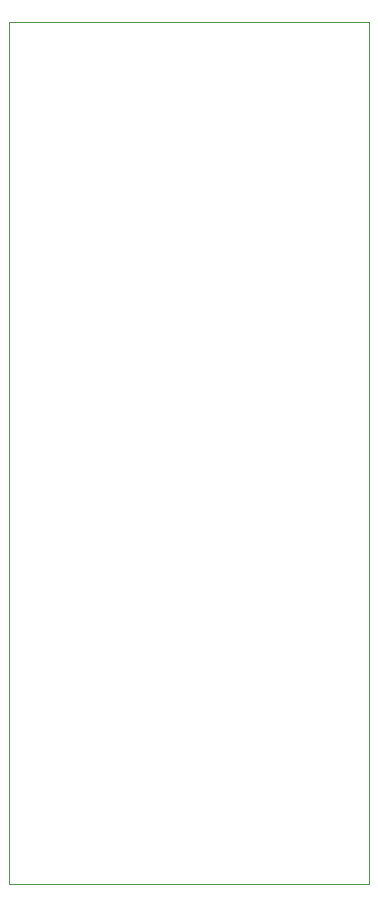
<source format=gbr>
%TF.GenerationSoftware,KiCad,Pcbnew,5.1.7*%
%TF.CreationDate,2020-11-07T17:07:58+01:00*%
%TF.ProjectId,sygeco1,73796765-636f-4312-9e6b-696361645f70,0.1*%
%TF.SameCoordinates,Original*%
%TF.FileFunction,Profile,NP*%
%FSLAX46Y46*%
G04 Gerber Fmt 4.6, Leading zero omitted, Abs format (unit mm)*
G04 Created by KiCad (PCBNEW 5.1.7) date 2020-11-07 17:07:58*
%MOMM*%
%LPD*%
G01*
G04 APERTURE LIST*
%TA.AperFunction,Profile*%
%ADD10C,0.050000*%
%TD*%
G04 APERTURE END LIST*
D10*
X127000000Y-127000000D02*
X127000000Y-102235000D01*
X157480000Y-127000000D02*
X127000000Y-127000000D01*
X157480000Y-102235000D02*
X157480000Y-127000000D01*
X157480000Y-53975000D02*
X157480000Y-102235000D01*
X127000000Y-53975000D02*
X157480000Y-53975000D01*
X127000000Y-102235000D02*
X127000000Y-53975000D01*
M02*

</source>
